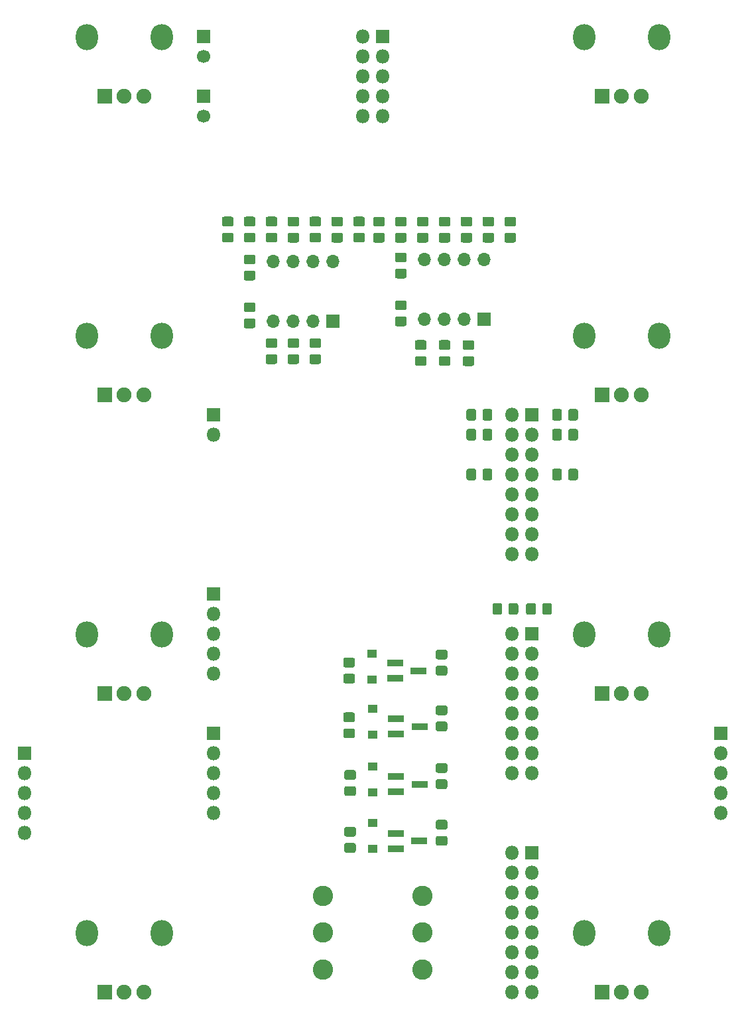
<source format=gbr>
G04 #@! TF.GenerationSoftware,KiCad,Pcbnew,5.1.6-c6e7f7d~86~ubuntu18.04.1*
G04 #@! TF.CreationDate,2020-06-21T16:53:52-04:00*
G04 #@! TF.ProjectId,dual_ADSR,6475616c-5f41-4445-9352-2e6b69636164,rev?*
G04 #@! TF.SameCoordinates,Original*
G04 #@! TF.FileFunction,Soldermask,Bot*
G04 #@! TF.FilePolarity,Negative*
%FSLAX46Y46*%
G04 Gerber Fmt 4.6, Leading zero omitted, Abs format (unit mm)*
G04 Created by KiCad (PCBNEW 5.1.6-c6e7f7d~86~ubuntu18.04.1) date 2020-06-21 16:53:52*
%MOMM*%
%LPD*%
G01*
G04 APERTURE LIST*
%ADD10R,2.000000X0.900000*%
%ADD11O,1.700000X1.700000*%
%ADD12R,1.700000X1.700000*%
%ADD13R,1.300000X1.000000*%
%ADD14O,1.800000X1.800000*%
%ADD15R,1.800000X1.800000*%
%ADD16C,2.600000*%
%ADD17O,2.820000X3.340000*%
%ADD18C,1.900000*%
%ADD19R,1.900000X1.900000*%
%ADD20C,1.700000*%
G04 APERTURE END LIST*
D10*
X131648000Y-135658000D03*
X128648000Y-134708000D03*
X128648000Y-136608000D03*
X131699000Y-128397000D03*
X128699000Y-127447000D03*
X128699000Y-129347000D03*
X131699000Y-121031000D03*
X128699000Y-120081000D03*
X128699000Y-121981000D03*
X131572000Y-113919000D03*
X128572000Y-112969000D03*
X128572000Y-114869000D03*
D11*
X139954000Y-61468000D03*
X132334000Y-69088000D03*
X137414000Y-61468000D03*
X134874000Y-69088000D03*
X134874000Y-61468000D03*
X137414000Y-69088000D03*
X132334000Y-61468000D03*
D12*
X139954000Y-69088000D03*
D11*
X120650000Y-61722000D03*
X113030000Y-69342000D03*
X118110000Y-61722000D03*
X115570000Y-69342000D03*
X115570000Y-61722000D03*
X118110000Y-69342000D03*
X113030000Y-61722000D03*
D12*
X120650000Y-69342000D03*
G36*
G01*
X138400262Y-73006000D02*
X137443738Y-73006000D01*
G75*
G02*
X137172000Y-72734262I0J271738D01*
G01*
X137172000Y-72027738D01*
G75*
G02*
X137443738Y-71756000I271738J0D01*
G01*
X138400262Y-71756000D01*
G75*
G02*
X138672000Y-72027738I0J-271738D01*
G01*
X138672000Y-72734262D01*
G75*
G02*
X138400262Y-73006000I-271738J0D01*
G01*
G37*
G36*
G01*
X138400262Y-75056000D02*
X137443738Y-75056000D01*
G75*
G02*
X137172000Y-74784262I0J271738D01*
G01*
X137172000Y-74077738D01*
G75*
G02*
X137443738Y-73806000I271738J0D01*
G01*
X138400262Y-73806000D01*
G75*
G02*
X138672000Y-74077738I0J-271738D01*
G01*
X138672000Y-74784262D01*
G75*
G02*
X138400262Y-75056000I-271738J0D01*
G01*
G37*
G36*
G01*
X118842262Y-72761000D02*
X117885738Y-72761000D01*
G75*
G02*
X117614000Y-72489262I0J271738D01*
G01*
X117614000Y-71782738D01*
G75*
G02*
X117885738Y-71511000I271738J0D01*
G01*
X118842262Y-71511000D01*
G75*
G02*
X119114000Y-71782738I0J-271738D01*
G01*
X119114000Y-72489262D01*
G75*
G02*
X118842262Y-72761000I-271738J0D01*
G01*
G37*
G36*
G01*
X118842262Y-74811000D02*
X117885738Y-74811000D01*
G75*
G02*
X117614000Y-74539262I0J271738D01*
G01*
X117614000Y-73832738D01*
G75*
G02*
X117885738Y-73561000I271738J0D01*
G01*
X118842262Y-73561000D01*
G75*
G02*
X119114000Y-73832738I0J-271738D01*
G01*
X119114000Y-74539262D01*
G75*
G02*
X118842262Y-74811000I-271738J0D01*
G01*
G37*
G36*
G01*
X135352262Y-72997000D02*
X134395738Y-72997000D01*
G75*
G02*
X134124000Y-72725262I0J271738D01*
G01*
X134124000Y-72018738D01*
G75*
G02*
X134395738Y-71747000I271738J0D01*
G01*
X135352262Y-71747000D01*
G75*
G02*
X135624000Y-72018738I0J-271738D01*
G01*
X135624000Y-72725262D01*
G75*
G02*
X135352262Y-72997000I-271738J0D01*
G01*
G37*
G36*
G01*
X135352262Y-75047000D02*
X134395738Y-75047000D01*
G75*
G02*
X134124000Y-74775262I0J271738D01*
G01*
X134124000Y-74068738D01*
G75*
G02*
X134395738Y-73797000I271738J0D01*
G01*
X135352262Y-73797000D01*
G75*
G02*
X135624000Y-74068738I0J-271738D01*
G01*
X135624000Y-74775262D01*
G75*
G02*
X135352262Y-75047000I-271738J0D01*
G01*
G37*
G36*
G01*
X116048262Y-72761000D02*
X115091738Y-72761000D01*
G75*
G02*
X114820000Y-72489262I0J271738D01*
G01*
X114820000Y-71782738D01*
G75*
G02*
X115091738Y-71511000I271738J0D01*
G01*
X116048262Y-71511000D01*
G75*
G02*
X116320000Y-71782738I0J-271738D01*
G01*
X116320000Y-72489262D01*
G75*
G02*
X116048262Y-72761000I-271738J0D01*
G01*
G37*
G36*
G01*
X116048262Y-74811000D02*
X115091738Y-74811000D01*
G75*
G02*
X114820000Y-74539262I0J271738D01*
G01*
X114820000Y-73832738D01*
G75*
G02*
X115091738Y-73561000I271738J0D01*
G01*
X116048262Y-73561000D01*
G75*
G02*
X116320000Y-73832738I0J-271738D01*
G01*
X116320000Y-74539262D01*
G75*
G02*
X116048262Y-74811000I-271738J0D01*
G01*
G37*
G36*
G01*
X131347738Y-73797000D02*
X132304262Y-73797000D01*
G75*
G02*
X132576000Y-74068738I0J-271738D01*
G01*
X132576000Y-74775262D01*
G75*
G02*
X132304262Y-75047000I-271738J0D01*
G01*
X131347738Y-75047000D01*
G75*
G02*
X131076000Y-74775262I0J271738D01*
G01*
X131076000Y-74068738D01*
G75*
G02*
X131347738Y-73797000I271738J0D01*
G01*
G37*
G36*
G01*
X131347738Y-71747000D02*
X132304262Y-71747000D01*
G75*
G02*
X132576000Y-72018738I0J-271738D01*
G01*
X132576000Y-72725262D01*
G75*
G02*
X132304262Y-72997000I-271738J0D01*
G01*
X131347738Y-72997000D01*
G75*
G02*
X131076000Y-72725262I0J271738D01*
G01*
X131076000Y-72018738D01*
G75*
G02*
X131347738Y-71747000I271738J0D01*
G01*
G37*
G36*
G01*
X112297738Y-73561000D02*
X113254262Y-73561000D01*
G75*
G02*
X113526000Y-73832738I0J-271738D01*
G01*
X113526000Y-74539262D01*
G75*
G02*
X113254262Y-74811000I-271738J0D01*
G01*
X112297738Y-74811000D01*
G75*
G02*
X112026000Y-74539262I0J271738D01*
G01*
X112026000Y-73832738D01*
G75*
G02*
X112297738Y-73561000I271738J0D01*
G01*
G37*
G36*
G01*
X112297738Y-71511000D02*
X113254262Y-71511000D01*
G75*
G02*
X113526000Y-71782738I0J-271738D01*
G01*
X113526000Y-72489262D01*
G75*
G02*
X113254262Y-72761000I-271738J0D01*
G01*
X112297738Y-72761000D01*
G75*
G02*
X112026000Y-72489262I0J271738D01*
G01*
X112026000Y-71782738D01*
G75*
G02*
X112297738Y-71511000I271738J0D01*
G01*
G37*
G36*
G01*
X142777738Y-58067000D02*
X143734262Y-58067000D01*
G75*
G02*
X144006000Y-58338738I0J-271738D01*
G01*
X144006000Y-59045262D01*
G75*
G02*
X143734262Y-59317000I-271738J0D01*
G01*
X142777738Y-59317000D01*
G75*
G02*
X142506000Y-59045262I0J271738D01*
G01*
X142506000Y-58338738D01*
G75*
G02*
X142777738Y-58067000I271738J0D01*
G01*
G37*
G36*
G01*
X142777738Y-56017000D02*
X143734262Y-56017000D01*
G75*
G02*
X144006000Y-56288738I0J-271738D01*
G01*
X144006000Y-56995262D01*
G75*
G02*
X143734262Y-57267000I-271738J0D01*
G01*
X142777738Y-57267000D01*
G75*
G02*
X142506000Y-56995262I0J271738D01*
G01*
X142506000Y-56288738D01*
G75*
G02*
X142777738Y-56017000I271738J0D01*
G01*
G37*
G36*
G01*
X123473738Y-58049000D02*
X124430262Y-58049000D01*
G75*
G02*
X124702000Y-58320738I0J-271738D01*
G01*
X124702000Y-59027262D01*
G75*
G02*
X124430262Y-59299000I-271738J0D01*
G01*
X123473738Y-59299000D01*
G75*
G02*
X123202000Y-59027262I0J271738D01*
G01*
X123202000Y-58320738D01*
G75*
G02*
X123473738Y-58049000I271738J0D01*
G01*
G37*
G36*
G01*
X123473738Y-55999000D02*
X124430262Y-55999000D01*
G75*
G02*
X124702000Y-56270738I0J-271738D01*
G01*
X124702000Y-56977262D01*
G75*
G02*
X124430262Y-57249000I-271738J0D01*
G01*
X123473738Y-57249000D01*
G75*
G02*
X123202000Y-56977262I0J271738D01*
G01*
X123202000Y-56270738D01*
G75*
G02*
X123473738Y-55999000I271738J0D01*
G01*
G37*
G36*
G01*
X139983738Y-58058000D02*
X140940262Y-58058000D01*
G75*
G02*
X141212000Y-58329738I0J-271738D01*
G01*
X141212000Y-59036262D01*
G75*
G02*
X140940262Y-59308000I-271738J0D01*
G01*
X139983738Y-59308000D01*
G75*
G02*
X139712000Y-59036262I0J271738D01*
G01*
X139712000Y-58329738D01*
G75*
G02*
X139983738Y-58058000I271738J0D01*
G01*
G37*
G36*
G01*
X139983738Y-56008000D02*
X140940262Y-56008000D01*
G75*
G02*
X141212000Y-56279738I0J-271738D01*
G01*
X141212000Y-56986262D01*
G75*
G02*
X140940262Y-57258000I-271738J0D01*
G01*
X139983738Y-57258000D01*
G75*
G02*
X139712000Y-56986262I0J271738D01*
G01*
X139712000Y-56279738D01*
G75*
G02*
X139983738Y-56008000I271738J0D01*
G01*
G37*
G36*
G01*
X120679738Y-58058000D02*
X121636262Y-58058000D01*
G75*
G02*
X121908000Y-58329738I0J-271738D01*
G01*
X121908000Y-59036262D01*
G75*
G02*
X121636262Y-59308000I-271738J0D01*
G01*
X120679738Y-59308000D01*
G75*
G02*
X120408000Y-59036262I0J271738D01*
G01*
X120408000Y-58329738D01*
G75*
G02*
X120679738Y-58058000I271738J0D01*
G01*
G37*
G36*
G01*
X120679738Y-56008000D02*
X121636262Y-56008000D01*
G75*
G02*
X121908000Y-56279738I0J-271738D01*
G01*
X121908000Y-56986262D01*
G75*
G02*
X121636262Y-57258000I-271738J0D01*
G01*
X120679738Y-57258000D01*
G75*
G02*
X120408000Y-56986262I0J271738D01*
G01*
X120408000Y-56279738D01*
G75*
G02*
X120679738Y-56008000I271738J0D01*
G01*
G37*
G36*
G01*
X137189738Y-58058000D02*
X138146262Y-58058000D01*
G75*
G02*
X138418000Y-58329738I0J-271738D01*
G01*
X138418000Y-59036262D01*
G75*
G02*
X138146262Y-59308000I-271738J0D01*
G01*
X137189738Y-59308000D01*
G75*
G02*
X136918000Y-59036262I0J271738D01*
G01*
X136918000Y-58329738D01*
G75*
G02*
X137189738Y-58058000I271738J0D01*
G01*
G37*
G36*
G01*
X137189738Y-56008000D02*
X138146262Y-56008000D01*
G75*
G02*
X138418000Y-56279738I0J-271738D01*
G01*
X138418000Y-56986262D01*
G75*
G02*
X138146262Y-57258000I-271738J0D01*
G01*
X137189738Y-57258000D01*
G75*
G02*
X136918000Y-56986262I0J271738D01*
G01*
X136918000Y-56279738D01*
G75*
G02*
X137189738Y-56008000I271738J0D01*
G01*
G37*
G36*
G01*
X117885738Y-58049000D02*
X118842262Y-58049000D01*
G75*
G02*
X119114000Y-58320738I0J-271738D01*
G01*
X119114000Y-59027262D01*
G75*
G02*
X118842262Y-59299000I-271738J0D01*
G01*
X117885738Y-59299000D01*
G75*
G02*
X117614000Y-59027262I0J271738D01*
G01*
X117614000Y-58320738D01*
G75*
G02*
X117885738Y-58049000I271738J0D01*
G01*
G37*
G36*
G01*
X117885738Y-55999000D02*
X118842262Y-55999000D01*
G75*
G02*
X119114000Y-56270738I0J-271738D01*
G01*
X119114000Y-56977262D01*
G75*
G02*
X118842262Y-57249000I-271738J0D01*
G01*
X117885738Y-57249000D01*
G75*
G02*
X117614000Y-56977262I0J271738D01*
G01*
X117614000Y-56270738D01*
G75*
G02*
X117885738Y-55999000I271738J0D01*
G01*
G37*
G36*
G01*
X132558262Y-57267000D02*
X131601738Y-57267000D01*
G75*
G02*
X131330000Y-56995262I0J271738D01*
G01*
X131330000Y-56288738D01*
G75*
G02*
X131601738Y-56017000I271738J0D01*
G01*
X132558262Y-56017000D01*
G75*
G02*
X132830000Y-56288738I0J-271738D01*
G01*
X132830000Y-56995262D01*
G75*
G02*
X132558262Y-57267000I-271738J0D01*
G01*
G37*
G36*
G01*
X132558262Y-59317000D02*
X131601738Y-59317000D01*
G75*
G02*
X131330000Y-59045262I0J271738D01*
G01*
X131330000Y-58338738D01*
G75*
G02*
X131601738Y-58067000I271738J0D01*
G01*
X132558262Y-58067000D01*
G75*
G02*
X132830000Y-58338738I0J-271738D01*
G01*
X132830000Y-59045262D01*
G75*
G02*
X132558262Y-59317000I-271738J0D01*
G01*
G37*
G36*
G01*
X113254262Y-57249000D02*
X112297738Y-57249000D01*
G75*
G02*
X112026000Y-56977262I0J271738D01*
G01*
X112026000Y-56270738D01*
G75*
G02*
X112297738Y-55999000I271738J0D01*
G01*
X113254262Y-55999000D01*
G75*
G02*
X113526000Y-56270738I0J-271738D01*
G01*
X113526000Y-56977262D01*
G75*
G02*
X113254262Y-57249000I-271738J0D01*
G01*
G37*
G36*
G01*
X113254262Y-59299000D02*
X112297738Y-59299000D01*
G75*
G02*
X112026000Y-59027262I0J271738D01*
G01*
X112026000Y-58320738D01*
G75*
G02*
X112297738Y-58049000I271738J0D01*
G01*
X113254262Y-58049000D01*
G75*
G02*
X113526000Y-58320738I0J-271738D01*
G01*
X113526000Y-59027262D01*
G75*
G02*
X113254262Y-59299000I-271738J0D01*
G01*
G37*
G36*
G01*
X126013738Y-58067000D02*
X126970262Y-58067000D01*
G75*
G02*
X127242000Y-58338738I0J-271738D01*
G01*
X127242000Y-59045262D01*
G75*
G02*
X126970262Y-59317000I-271738J0D01*
G01*
X126013738Y-59317000D01*
G75*
G02*
X125742000Y-59045262I0J271738D01*
G01*
X125742000Y-58338738D01*
G75*
G02*
X126013738Y-58067000I271738J0D01*
G01*
G37*
G36*
G01*
X126013738Y-56017000D02*
X126970262Y-56017000D01*
G75*
G02*
X127242000Y-56288738I0J-271738D01*
G01*
X127242000Y-56995262D01*
G75*
G02*
X126970262Y-57267000I-271738J0D01*
G01*
X126013738Y-57267000D01*
G75*
G02*
X125742000Y-56995262I0J271738D01*
G01*
X125742000Y-56288738D01*
G75*
G02*
X126013738Y-56017000I271738J0D01*
G01*
G37*
G36*
G01*
X106709738Y-58049000D02*
X107666262Y-58049000D01*
G75*
G02*
X107938000Y-58320738I0J-271738D01*
G01*
X107938000Y-59027262D01*
G75*
G02*
X107666262Y-59299000I-271738J0D01*
G01*
X106709738Y-59299000D01*
G75*
G02*
X106438000Y-59027262I0J271738D01*
G01*
X106438000Y-58320738D01*
G75*
G02*
X106709738Y-58049000I271738J0D01*
G01*
G37*
G36*
G01*
X106709738Y-55999000D02*
X107666262Y-55999000D01*
G75*
G02*
X107938000Y-56270738I0J-271738D01*
G01*
X107938000Y-56977262D01*
G75*
G02*
X107666262Y-57249000I-271738J0D01*
G01*
X106709738Y-57249000D01*
G75*
G02*
X106438000Y-56977262I0J271738D01*
G01*
X106438000Y-56270738D01*
G75*
G02*
X106709738Y-55999000I271738J0D01*
G01*
G37*
G36*
G01*
X134971262Y-134211000D02*
X134014738Y-134211000D01*
G75*
G02*
X133743000Y-133939262I0J271738D01*
G01*
X133743000Y-133232738D01*
G75*
G02*
X134014738Y-132961000I271738J0D01*
G01*
X134971262Y-132961000D01*
G75*
G02*
X135243000Y-133232738I0J-271738D01*
G01*
X135243000Y-133939262D01*
G75*
G02*
X134971262Y-134211000I-271738J0D01*
G01*
G37*
G36*
G01*
X134971262Y-136261000D02*
X134014738Y-136261000D01*
G75*
G02*
X133743000Y-135989262I0J271738D01*
G01*
X133743000Y-135282738D01*
G75*
G02*
X134014738Y-135011000I271738J0D01*
G01*
X134971262Y-135011000D01*
G75*
G02*
X135243000Y-135282738I0J-271738D01*
G01*
X135243000Y-135989262D01*
G75*
G02*
X134971262Y-136261000I-271738J0D01*
G01*
G37*
G36*
G01*
X134971262Y-126972000D02*
X134014738Y-126972000D01*
G75*
G02*
X133743000Y-126700262I0J271738D01*
G01*
X133743000Y-125993738D01*
G75*
G02*
X134014738Y-125722000I271738J0D01*
G01*
X134971262Y-125722000D01*
G75*
G02*
X135243000Y-125993738I0J-271738D01*
G01*
X135243000Y-126700262D01*
G75*
G02*
X134971262Y-126972000I-271738J0D01*
G01*
G37*
G36*
G01*
X134971262Y-129022000D02*
X134014738Y-129022000D01*
G75*
G02*
X133743000Y-128750262I0J271738D01*
G01*
X133743000Y-128043738D01*
G75*
G02*
X134014738Y-127772000I271738J0D01*
G01*
X134971262Y-127772000D01*
G75*
G02*
X135243000Y-128043738I0J-271738D01*
G01*
X135243000Y-128750262D01*
G75*
G02*
X134971262Y-129022000I-271738J0D01*
G01*
G37*
G36*
G01*
X134971262Y-119606000D02*
X134014738Y-119606000D01*
G75*
G02*
X133743000Y-119334262I0J271738D01*
G01*
X133743000Y-118627738D01*
G75*
G02*
X134014738Y-118356000I271738J0D01*
G01*
X134971262Y-118356000D01*
G75*
G02*
X135243000Y-118627738I0J-271738D01*
G01*
X135243000Y-119334262D01*
G75*
G02*
X134971262Y-119606000I-271738J0D01*
G01*
G37*
G36*
G01*
X134971262Y-121656000D02*
X134014738Y-121656000D01*
G75*
G02*
X133743000Y-121384262I0J271738D01*
G01*
X133743000Y-120677738D01*
G75*
G02*
X134014738Y-120406000I271738J0D01*
G01*
X134971262Y-120406000D01*
G75*
G02*
X135243000Y-120677738I0J-271738D01*
G01*
X135243000Y-121384262D01*
G75*
G02*
X134971262Y-121656000I-271738J0D01*
G01*
G37*
G36*
G01*
X134971262Y-112494000D02*
X134014738Y-112494000D01*
G75*
G02*
X133743000Y-112222262I0J271738D01*
G01*
X133743000Y-111515738D01*
G75*
G02*
X134014738Y-111244000I271738J0D01*
G01*
X134971262Y-111244000D01*
G75*
G02*
X135243000Y-111515738I0J-271738D01*
G01*
X135243000Y-112222262D01*
G75*
G02*
X134971262Y-112494000I-271738J0D01*
G01*
G37*
G36*
G01*
X134971262Y-114544000D02*
X134014738Y-114544000D01*
G75*
G02*
X133743000Y-114272262I0J271738D01*
G01*
X133743000Y-113565738D01*
G75*
G02*
X134014738Y-113294000I271738J0D01*
G01*
X134971262Y-113294000D01*
G75*
G02*
X135243000Y-113565738I0J-271738D01*
G01*
X135243000Y-114272262D01*
G75*
G02*
X134971262Y-114544000I-271738J0D01*
G01*
G37*
G36*
G01*
X123287262Y-135100000D02*
X122330738Y-135100000D01*
G75*
G02*
X122059000Y-134828262I0J271738D01*
G01*
X122059000Y-134121738D01*
G75*
G02*
X122330738Y-133850000I271738J0D01*
G01*
X123287262Y-133850000D01*
G75*
G02*
X123559000Y-134121738I0J-271738D01*
G01*
X123559000Y-134828262D01*
G75*
G02*
X123287262Y-135100000I-271738J0D01*
G01*
G37*
G36*
G01*
X123287262Y-137150000D02*
X122330738Y-137150000D01*
G75*
G02*
X122059000Y-136878262I0J271738D01*
G01*
X122059000Y-136171738D01*
G75*
G02*
X122330738Y-135900000I271738J0D01*
G01*
X123287262Y-135900000D01*
G75*
G02*
X123559000Y-136171738I0J-271738D01*
G01*
X123559000Y-136878262D01*
G75*
G02*
X123287262Y-137150000I-271738J0D01*
G01*
G37*
G36*
G01*
X123287262Y-127861000D02*
X122330738Y-127861000D01*
G75*
G02*
X122059000Y-127589262I0J271738D01*
G01*
X122059000Y-126882738D01*
G75*
G02*
X122330738Y-126611000I271738J0D01*
G01*
X123287262Y-126611000D01*
G75*
G02*
X123559000Y-126882738I0J-271738D01*
G01*
X123559000Y-127589262D01*
G75*
G02*
X123287262Y-127861000I-271738J0D01*
G01*
G37*
G36*
G01*
X123287262Y-129911000D02*
X122330738Y-129911000D01*
G75*
G02*
X122059000Y-129639262I0J271738D01*
G01*
X122059000Y-128932738D01*
G75*
G02*
X122330738Y-128661000I271738J0D01*
G01*
X123287262Y-128661000D01*
G75*
G02*
X123559000Y-128932738I0J-271738D01*
G01*
X123559000Y-129639262D01*
G75*
G02*
X123287262Y-129911000I-271738J0D01*
G01*
G37*
G36*
G01*
X123160262Y-120495000D02*
X122203738Y-120495000D01*
G75*
G02*
X121932000Y-120223262I0J271738D01*
G01*
X121932000Y-119516738D01*
G75*
G02*
X122203738Y-119245000I271738J0D01*
G01*
X123160262Y-119245000D01*
G75*
G02*
X123432000Y-119516738I0J-271738D01*
G01*
X123432000Y-120223262D01*
G75*
G02*
X123160262Y-120495000I-271738J0D01*
G01*
G37*
G36*
G01*
X123160262Y-122545000D02*
X122203738Y-122545000D01*
G75*
G02*
X121932000Y-122273262I0J271738D01*
G01*
X121932000Y-121566738D01*
G75*
G02*
X122203738Y-121295000I271738J0D01*
G01*
X123160262Y-121295000D01*
G75*
G02*
X123432000Y-121566738I0J-271738D01*
G01*
X123432000Y-122273262D01*
G75*
G02*
X123160262Y-122545000I-271738J0D01*
G01*
G37*
G36*
G01*
X123160262Y-113510000D02*
X122203738Y-113510000D01*
G75*
G02*
X121932000Y-113238262I0J271738D01*
G01*
X121932000Y-112531738D01*
G75*
G02*
X122203738Y-112260000I271738J0D01*
G01*
X123160262Y-112260000D01*
G75*
G02*
X123432000Y-112531738I0J-271738D01*
G01*
X123432000Y-113238262D01*
G75*
G02*
X123160262Y-113510000I-271738J0D01*
G01*
G37*
G36*
G01*
X123160262Y-115560000D02*
X122203738Y-115560000D01*
G75*
G02*
X121932000Y-115288262I0J271738D01*
G01*
X121932000Y-114581738D01*
G75*
G02*
X122203738Y-114310000I271738J0D01*
G01*
X123160262Y-114310000D01*
G75*
G02*
X123432000Y-114581738I0J-271738D01*
G01*
X123432000Y-115288262D01*
G75*
G02*
X123160262Y-115560000I-271738J0D01*
G01*
G37*
D13*
X125730000Y-133352000D03*
X125730000Y-136652000D03*
X125730000Y-126113000D03*
X125730000Y-129413000D03*
X125730000Y-118747000D03*
X125730000Y-122047000D03*
X125603000Y-111762000D03*
X125603000Y-115062000D03*
G36*
G01*
X135352262Y-57267000D02*
X134395738Y-57267000D01*
G75*
G02*
X134124000Y-56995262I0J271738D01*
G01*
X134124000Y-56288738D01*
G75*
G02*
X134395738Y-56017000I271738J0D01*
G01*
X135352262Y-56017000D01*
G75*
G02*
X135624000Y-56288738I0J-271738D01*
G01*
X135624000Y-56995262D01*
G75*
G02*
X135352262Y-57267000I-271738J0D01*
G01*
G37*
G36*
G01*
X135352262Y-59317000D02*
X134395738Y-59317000D01*
G75*
G02*
X134124000Y-59045262I0J271738D01*
G01*
X134124000Y-58338738D01*
G75*
G02*
X134395738Y-58067000I271738J0D01*
G01*
X135352262Y-58067000D01*
G75*
G02*
X135624000Y-58338738I0J-271738D01*
G01*
X135624000Y-59045262D01*
G75*
G02*
X135352262Y-59317000I-271738J0D01*
G01*
G37*
G36*
G01*
X116048262Y-57258000D02*
X115091738Y-57258000D01*
G75*
G02*
X114820000Y-56986262I0J271738D01*
G01*
X114820000Y-56279738D01*
G75*
G02*
X115091738Y-56008000I271738J0D01*
G01*
X116048262Y-56008000D01*
G75*
G02*
X116320000Y-56279738I0J-271738D01*
G01*
X116320000Y-56986262D01*
G75*
G02*
X116048262Y-57258000I-271738J0D01*
G01*
G37*
G36*
G01*
X116048262Y-59308000D02*
X115091738Y-59308000D01*
G75*
G02*
X114820000Y-59036262I0J271738D01*
G01*
X114820000Y-58329738D01*
G75*
G02*
X115091738Y-58058000I271738J0D01*
G01*
X116048262Y-58058000D01*
G75*
G02*
X116320000Y-58329738I0J-271738D01*
G01*
X116320000Y-59036262D01*
G75*
G02*
X116048262Y-59308000I-271738J0D01*
G01*
G37*
G36*
G01*
X129764262Y-57267000D02*
X128807738Y-57267000D01*
G75*
G02*
X128536000Y-56995262I0J271738D01*
G01*
X128536000Y-56288738D01*
G75*
G02*
X128807738Y-56017000I271738J0D01*
G01*
X129764262Y-56017000D01*
G75*
G02*
X130036000Y-56288738I0J-271738D01*
G01*
X130036000Y-56995262D01*
G75*
G02*
X129764262Y-57267000I-271738J0D01*
G01*
G37*
G36*
G01*
X129764262Y-59317000D02*
X128807738Y-59317000D01*
G75*
G02*
X128536000Y-59045262I0J271738D01*
G01*
X128536000Y-58338738D01*
G75*
G02*
X128807738Y-58067000I271738J0D01*
G01*
X129764262Y-58067000D01*
G75*
G02*
X130036000Y-58338738I0J-271738D01*
G01*
X130036000Y-59045262D01*
G75*
G02*
X129764262Y-59317000I-271738J0D01*
G01*
G37*
G36*
G01*
X110460262Y-57249000D02*
X109503738Y-57249000D01*
G75*
G02*
X109232000Y-56977262I0J271738D01*
G01*
X109232000Y-56270738D01*
G75*
G02*
X109503738Y-55999000I271738J0D01*
G01*
X110460262Y-55999000D01*
G75*
G02*
X110732000Y-56270738I0J-271738D01*
G01*
X110732000Y-56977262D01*
G75*
G02*
X110460262Y-57249000I-271738J0D01*
G01*
G37*
G36*
G01*
X110460262Y-59299000D02*
X109503738Y-59299000D01*
G75*
G02*
X109232000Y-59027262I0J271738D01*
G01*
X109232000Y-58320738D01*
G75*
G02*
X109503738Y-58049000I271738J0D01*
G01*
X110460262Y-58049000D01*
G75*
G02*
X110732000Y-58320738I0J-271738D01*
G01*
X110732000Y-59027262D01*
G75*
G02*
X110460262Y-59299000I-271738J0D01*
G01*
G37*
G36*
G01*
X129764262Y-67935000D02*
X128807738Y-67935000D01*
G75*
G02*
X128536000Y-67663262I0J271738D01*
G01*
X128536000Y-66956738D01*
G75*
G02*
X128807738Y-66685000I271738J0D01*
G01*
X129764262Y-66685000D01*
G75*
G02*
X130036000Y-66956738I0J-271738D01*
G01*
X130036000Y-67663262D01*
G75*
G02*
X129764262Y-67935000I-271738J0D01*
G01*
G37*
G36*
G01*
X129764262Y-69985000D02*
X128807738Y-69985000D01*
G75*
G02*
X128536000Y-69713262I0J271738D01*
G01*
X128536000Y-69006738D01*
G75*
G02*
X128807738Y-68735000I271738J0D01*
G01*
X129764262Y-68735000D01*
G75*
G02*
X130036000Y-69006738I0J-271738D01*
G01*
X130036000Y-69713262D01*
G75*
G02*
X129764262Y-69985000I-271738J0D01*
G01*
G37*
G36*
G01*
X129764262Y-61830000D02*
X128807738Y-61830000D01*
G75*
G02*
X128536000Y-61558262I0J271738D01*
G01*
X128536000Y-60851738D01*
G75*
G02*
X128807738Y-60580000I271738J0D01*
G01*
X129764262Y-60580000D01*
G75*
G02*
X130036000Y-60851738I0J-271738D01*
G01*
X130036000Y-61558262D01*
G75*
G02*
X129764262Y-61830000I-271738J0D01*
G01*
G37*
G36*
G01*
X129764262Y-63880000D02*
X128807738Y-63880000D01*
G75*
G02*
X128536000Y-63608262I0J271738D01*
G01*
X128536000Y-62901738D01*
G75*
G02*
X128807738Y-62630000I271738J0D01*
G01*
X129764262Y-62630000D01*
G75*
G02*
X130036000Y-62901738I0J-271738D01*
G01*
X130036000Y-63608262D01*
G75*
G02*
X129764262Y-63880000I-271738J0D01*
G01*
G37*
G36*
G01*
X110460262Y-68189000D02*
X109503738Y-68189000D01*
G75*
G02*
X109232000Y-67917262I0J271738D01*
G01*
X109232000Y-67210738D01*
G75*
G02*
X109503738Y-66939000I271738J0D01*
G01*
X110460262Y-66939000D01*
G75*
G02*
X110732000Y-67210738I0J-271738D01*
G01*
X110732000Y-67917262D01*
G75*
G02*
X110460262Y-68189000I-271738J0D01*
G01*
G37*
G36*
G01*
X110460262Y-70239000D02*
X109503738Y-70239000D01*
G75*
G02*
X109232000Y-69967262I0J271738D01*
G01*
X109232000Y-69260738D01*
G75*
G02*
X109503738Y-68989000I271738J0D01*
G01*
X110460262Y-68989000D01*
G75*
G02*
X110732000Y-69260738I0J-271738D01*
G01*
X110732000Y-69967262D01*
G75*
G02*
X110460262Y-70239000I-271738J0D01*
G01*
G37*
G36*
G01*
X110460262Y-62093000D02*
X109503738Y-62093000D01*
G75*
G02*
X109232000Y-61821262I0J271738D01*
G01*
X109232000Y-61114738D01*
G75*
G02*
X109503738Y-60843000I271738J0D01*
G01*
X110460262Y-60843000D01*
G75*
G02*
X110732000Y-61114738I0J-271738D01*
G01*
X110732000Y-61821262D01*
G75*
G02*
X110460262Y-62093000I-271738J0D01*
G01*
G37*
G36*
G01*
X110460262Y-64143000D02*
X109503738Y-64143000D01*
G75*
G02*
X109232000Y-63871262I0J271738D01*
G01*
X109232000Y-63164738D01*
G75*
G02*
X109503738Y-62893000I271738J0D01*
G01*
X110460262Y-62893000D01*
G75*
G02*
X110732000Y-63164738I0J-271738D01*
G01*
X110732000Y-63871262D01*
G75*
G02*
X110460262Y-64143000I-271738J0D01*
G01*
G37*
G36*
G01*
X142230000Y-105566738D02*
X142230000Y-106523262D01*
G75*
G02*
X141958262Y-106795000I-271738J0D01*
G01*
X141251738Y-106795000D01*
G75*
G02*
X140980000Y-106523262I0J271738D01*
G01*
X140980000Y-105566738D01*
G75*
G02*
X141251738Y-105295000I271738J0D01*
G01*
X141958262Y-105295000D01*
G75*
G02*
X142230000Y-105566738I0J-271738D01*
G01*
G37*
G36*
G01*
X144280000Y-105566738D02*
X144280000Y-106523262D01*
G75*
G02*
X144008262Y-106795000I-271738J0D01*
G01*
X143301738Y-106795000D01*
G75*
G02*
X143030000Y-106523262I0J271738D01*
G01*
X143030000Y-105566738D01*
G75*
G02*
X143301738Y-105295000I271738J0D01*
G01*
X144008262Y-105295000D01*
G75*
G02*
X144280000Y-105566738I0J-271738D01*
G01*
G37*
G36*
G01*
X147330000Y-106523262D02*
X147330000Y-105566738D01*
G75*
G02*
X147601738Y-105295000I271738J0D01*
G01*
X148308262Y-105295000D01*
G75*
G02*
X148580000Y-105566738I0J-271738D01*
G01*
X148580000Y-106523262D01*
G75*
G02*
X148308262Y-106795000I-271738J0D01*
G01*
X147601738Y-106795000D01*
G75*
G02*
X147330000Y-106523262I0J271738D01*
G01*
G37*
G36*
G01*
X145280000Y-106523262D02*
X145280000Y-105566738D01*
G75*
G02*
X145551738Y-105295000I271738J0D01*
G01*
X146258262Y-105295000D01*
G75*
G02*
X146530000Y-105566738I0J-271738D01*
G01*
X146530000Y-106523262D01*
G75*
G02*
X146258262Y-106795000I-271738J0D01*
G01*
X145551738Y-106795000D01*
G75*
G02*
X145280000Y-106523262I0J271738D01*
G01*
G37*
G36*
G01*
X138910000Y-88421738D02*
X138910000Y-89378262D01*
G75*
G02*
X138638262Y-89650000I-271738J0D01*
G01*
X137931738Y-89650000D01*
G75*
G02*
X137660000Y-89378262I0J271738D01*
G01*
X137660000Y-88421738D01*
G75*
G02*
X137931738Y-88150000I271738J0D01*
G01*
X138638262Y-88150000D01*
G75*
G02*
X138910000Y-88421738I0J-271738D01*
G01*
G37*
G36*
G01*
X140960000Y-88421738D02*
X140960000Y-89378262D01*
G75*
G02*
X140688262Y-89650000I-271738J0D01*
G01*
X139981738Y-89650000D01*
G75*
G02*
X139710000Y-89378262I0J271738D01*
G01*
X139710000Y-88421738D01*
G75*
G02*
X139981738Y-88150000I271738J0D01*
G01*
X140688262Y-88150000D01*
G75*
G02*
X140960000Y-88421738I0J-271738D01*
G01*
G37*
G36*
G01*
X150650000Y-89378262D02*
X150650000Y-88421738D01*
G75*
G02*
X150921738Y-88150000I271738J0D01*
G01*
X151628262Y-88150000D01*
G75*
G02*
X151900000Y-88421738I0J-271738D01*
G01*
X151900000Y-89378262D01*
G75*
G02*
X151628262Y-89650000I-271738J0D01*
G01*
X150921738Y-89650000D01*
G75*
G02*
X150650000Y-89378262I0J271738D01*
G01*
G37*
G36*
G01*
X148600000Y-89378262D02*
X148600000Y-88421738D01*
G75*
G02*
X148871738Y-88150000I271738J0D01*
G01*
X149578262Y-88150000D01*
G75*
G02*
X149850000Y-88421738I0J-271738D01*
G01*
X149850000Y-89378262D01*
G75*
G02*
X149578262Y-89650000I-271738J0D01*
G01*
X148871738Y-89650000D01*
G75*
G02*
X148600000Y-89378262I0J271738D01*
G01*
G37*
G36*
G01*
X138910000Y-83341738D02*
X138910000Y-84298262D01*
G75*
G02*
X138638262Y-84570000I-271738J0D01*
G01*
X137931738Y-84570000D01*
G75*
G02*
X137660000Y-84298262I0J271738D01*
G01*
X137660000Y-83341738D01*
G75*
G02*
X137931738Y-83070000I271738J0D01*
G01*
X138638262Y-83070000D01*
G75*
G02*
X138910000Y-83341738I0J-271738D01*
G01*
G37*
G36*
G01*
X140960000Y-83341738D02*
X140960000Y-84298262D01*
G75*
G02*
X140688262Y-84570000I-271738J0D01*
G01*
X139981738Y-84570000D01*
G75*
G02*
X139710000Y-84298262I0J271738D01*
G01*
X139710000Y-83341738D01*
G75*
G02*
X139981738Y-83070000I271738J0D01*
G01*
X140688262Y-83070000D01*
G75*
G02*
X140960000Y-83341738I0J-271738D01*
G01*
G37*
G36*
G01*
X150650000Y-84298262D02*
X150650000Y-83341738D01*
G75*
G02*
X150921738Y-83070000I271738J0D01*
G01*
X151628262Y-83070000D01*
G75*
G02*
X151900000Y-83341738I0J-271738D01*
G01*
X151900000Y-84298262D01*
G75*
G02*
X151628262Y-84570000I-271738J0D01*
G01*
X150921738Y-84570000D01*
G75*
G02*
X150650000Y-84298262I0J271738D01*
G01*
G37*
G36*
G01*
X148600000Y-84298262D02*
X148600000Y-83341738D01*
G75*
G02*
X148871738Y-83070000I271738J0D01*
G01*
X149578262Y-83070000D01*
G75*
G02*
X149850000Y-83341738I0J-271738D01*
G01*
X149850000Y-84298262D01*
G75*
G02*
X149578262Y-84570000I-271738J0D01*
G01*
X148871738Y-84570000D01*
G75*
G02*
X148600000Y-84298262I0J271738D01*
G01*
G37*
G36*
G01*
X138910000Y-80801738D02*
X138910000Y-81758262D01*
G75*
G02*
X138638262Y-82030000I-271738J0D01*
G01*
X137931738Y-82030000D01*
G75*
G02*
X137660000Y-81758262I0J271738D01*
G01*
X137660000Y-80801738D01*
G75*
G02*
X137931738Y-80530000I271738J0D01*
G01*
X138638262Y-80530000D01*
G75*
G02*
X138910000Y-80801738I0J-271738D01*
G01*
G37*
G36*
G01*
X140960000Y-80801738D02*
X140960000Y-81758262D01*
G75*
G02*
X140688262Y-82030000I-271738J0D01*
G01*
X139981738Y-82030000D01*
G75*
G02*
X139710000Y-81758262I0J271738D01*
G01*
X139710000Y-80801738D01*
G75*
G02*
X139981738Y-80530000I271738J0D01*
G01*
X140688262Y-80530000D01*
G75*
G02*
X140960000Y-80801738I0J-271738D01*
G01*
G37*
G36*
G01*
X150650000Y-81758262D02*
X150650000Y-80801738D01*
G75*
G02*
X150921738Y-80530000I271738J0D01*
G01*
X151628262Y-80530000D01*
G75*
G02*
X151900000Y-80801738I0J-271738D01*
G01*
X151900000Y-81758262D01*
G75*
G02*
X151628262Y-82030000I-271738J0D01*
G01*
X150921738Y-82030000D01*
G75*
G02*
X150650000Y-81758262I0J271738D01*
G01*
G37*
G36*
G01*
X148600000Y-81758262D02*
X148600000Y-80801738D01*
G75*
G02*
X148871738Y-80530000I271738J0D01*
G01*
X149578262Y-80530000D01*
G75*
G02*
X149850000Y-80801738I0J-271738D01*
G01*
X149850000Y-81758262D01*
G75*
G02*
X149578262Y-82030000I-271738J0D01*
G01*
X148871738Y-82030000D01*
G75*
G02*
X148600000Y-81758262I0J271738D01*
G01*
G37*
D14*
X143510000Y-154940000D03*
X146050000Y-154940000D03*
X143510000Y-152400000D03*
X146050000Y-152400000D03*
X143510000Y-149860000D03*
X146050000Y-149860000D03*
X143510000Y-147320000D03*
X146050000Y-147320000D03*
X143510000Y-144780000D03*
X146050000Y-144780000D03*
X143510000Y-142240000D03*
X146050000Y-142240000D03*
X143510000Y-139700000D03*
X146050000Y-139700000D03*
X143510000Y-137160000D03*
D15*
X146050000Y-137160000D03*
D14*
X143510000Y-127000000D03*
X146050000Y-127000000D03*
X143510000Y-124460000D03*
X146050000Y-124460000D03*
X143510000Y-121920000D03*
X146050000Y-121920000D03*
X143510000Y-119380000D03*
X146050000Y-119380000D03*
X143510000Y-116840000D03*
X146050000Y-116840000D03*
X143510000Y-114300000D03*
X146050000Y-114300000D03*
X143510000Y-111760000D03*
X146050000Y-111760000D03*
X143510000Y-109220000D03*
D15*
X146050000Y-109220000D03*
D14*
X143510000Y-99060000D03*
X146050000Y-99060000D03*
X143510000Y-96520000D03*
X146050000Y-96520000D03*
X143510000Y-93980000D03*
X146050000Y-93980000D03*
X143510000Y-91440000D03*
X146050000Y-91440000D03*
X143510000Y-88900000D03*
X146050000Y-88900000D03*
X143510000Y-86360000D03*
X146050000Y-86360000D03*
X143510000Y-83820000D03*
X146050000Y-83820000D03*
X143510000Y-81280000D03*
D15*
X146050000Y-81280000D03*
D16*
X119380000Y-152020000D03*
X119380000Y-147320000D03*
X119380000Y-142620000D03*
X132080000Y-152020000D03*
X132080000Y-147320000D03*
X132080000Y-142620000D03*
D17*
X152680000Y-147440000D03*
X162280000Y-147440000D03*
D18*
X159980000Y-154940000D03*
X157480000Y-154940000D03*
D19*
X154980000Y-154940000D03*
D17*
X152680000Y-109340000D03*
X162280000Y-109340000D03*
D18*
X159980000Y-116840000D03*
X157480000Y-116840000D03*
D19*
X154980000Y-116840000D03*
D17*
X152680000Y-71240000D03*
X162280000Y-71240000D03*
D18*
X159980000Y-78740000D03*
X157480000Y-78740000D03*
D19*
X154980000Y-78740000D03*
D17*
X152680000Y-33140000D03*
X162280000Y-33140000D03*
D18*
X159980000Y-40640000D03*
X157480000Y-40640000D03*
D19*
X154980000Y-40640000D03*
D17*
X89180000Y-147440000D03*
X98780000Y-147440000D03*
D18*
X96480000Y-154940000D03*
X93980000Y-154940000D03*
D19*
X91480000Y-154940000D03*
D17*
X89180000Y-109340000D03*
X98780000Y-109340000D03*
D18*
X96480000Y-116840000D03*
X93980000Y-116840000D03*
D19*
X91480000Y-116840000D03*
D17*
X89180000Y-71240000D03*
X98780000Y-71240000D03*
D18*
X96480000Y-78740000D03*
X93980000Y-78740000D03*
D19*
X91480000Y-78740000D03*
D17*
X89180000Y-33140000D03*
X98780000Y-33140000D03*
D18*
X96480000Y-40640000D03*
X93980000Y-40640000D03*
D19*
X91480000Y-40640000D03*
D14*
X105410000Y-132080000D03*
X105410000Y-129540000D03*
X105410000Y-127000000D03*
X105410000Y-124460000D03*
D15*
X105410000Y-121920000D03*
D14*
X105410000Y-114300000D03*
X105410000Y-111760000D03*
X105410000Y-109220000D03*
X105410000Y-106680000D03*
D15*
X105410000Y-104140000D03*
D14*
X105410000Y-83820000D03*
D15*
X105410000Y-81280000D03*
D14*
X170180000Y-132080000D03*
X170180000Y-129540000D03*
X170180000Y-127000000D03*
X170180000Y-124460000D03*
D15*
X170180000Y-121920000D03*
D14*
X124460000Y-43180000D03*
X127000000Y-43180000D03*
X124460000Y-40640000D03*
X127000000Y-40640000D03*
X124460000Y-38100000D03*
X127000000Y-38100000D03*
X124460000Y-35560000D03*
X127000000Y-35560000D03*
X124460000Y-33020000D03*
D15*
X127000000Y-33020000D03*
D14*
X81280000Y-134620000D03*
X81280000Y-132080000D03*
X81280000Y-129540000D03*
X81280000Y-127000000D03*
D15*
X81280000Y-124460000D03*
D20*
X104140000Y-43140000D03*
D12*
X104140000Y-40640000D03*
D20*
X104140000Y-35520000D03*
D12*
X104140000Y-33020000D03*
M02*

</source>
